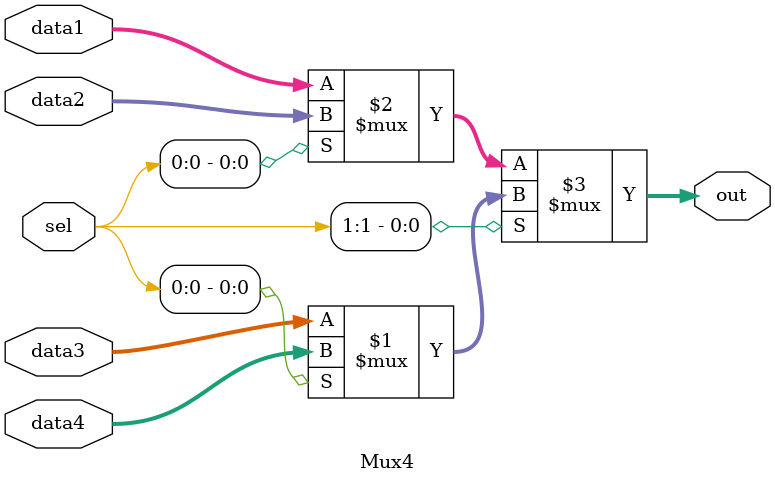
<source format=sv>
module Mux4 #(parameter ARQ = 16)(input logic [ARQ - 1:0] data1,                 
											 input logic [ARQ - 1:0] data2,                 
											 input logic [ARQ - 1:0] data3,                 
											 input logic [ARQ - 1:0] data4,                 
											 input logic [1:0] sel,               
											 output logic [ARQ - 1:0] out);             
											 
   assign out = sel[1] ? (sel[0] ? data4 : data3) : (sel[0] ? data2 : data1); 
 
endmodule

</source>
